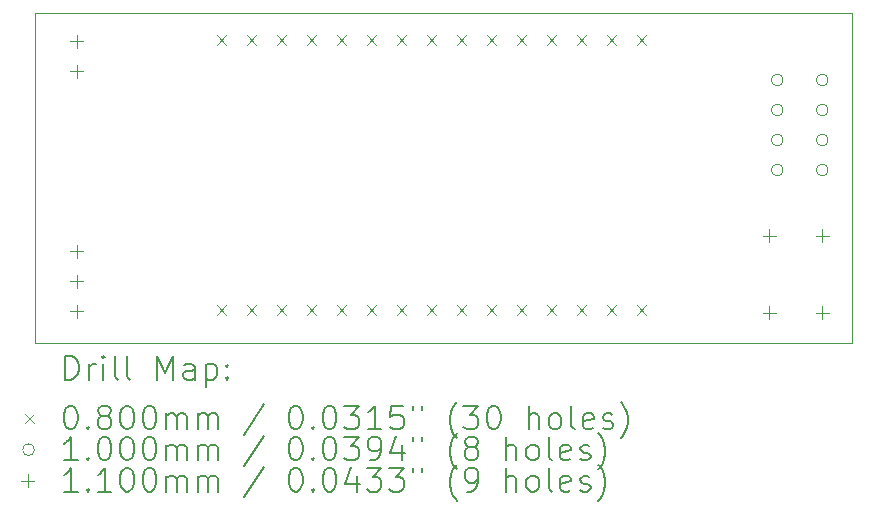
<source format=gbr>
%TF.GenerationSoftware,KiCad,Pcbnew,8.0.2-1*%
%TF.CreationDate,2025-02-23T00:33:40-05:00*%
%TF.ProjectId,RGB Clock Controller,52474220-436c-46f6-936b-20436f6e7472,rev?*%
%TF.SameCoordinates,Original*%
%TF.FileFunction,Drillmap*%
%TF.FilePolarity,Positive*%
%FSLAX45Y45*%
G04 Gerber Fmt 4.5, Leading zero omitted, Abs format (unit mm)*
G04 Created by KiCad (PCBNEW 8.0.2-1) date 2025-02-23 00:33:40*
%MOMM*%
%LPD*%
G01*
G04 APERTURE LIST*
%ADD10C,0.050000*%
%ADD11C,0.200000*%
%ADD12C,0.100000*%
%ADD13C,0.110000*%
G04 APERTURE END LIST*
D10*
X5842000Y-5651500D02*
X12763500Y-5651500D01*
X12763500Y-8445500D01*
X5842000Y-8445500D01*
X5842000Y-5651500D01*
D11*
D12*
X7385500Y-5844700D02*
X7465500Y-5924700D01*
X7465500Y-5844700D02*
X7385500Y-5924700D01*
X7385500Y-8130700D02*
X7465500Y-8210700D01*
X7465500Y-8130700D02*
X7385500Y-8210700D01*
X7639500Y-5844700D02*
X7719500Y-5924700D01*
X7719500Y-5844700D02*
X7639500Y-5924700D01*
X7639500Y-8130700D02*
X7719500Y-8210700D01*
X7719500Y-8130700D02*
X7639500Y-8210700D01*
X7893500Y-5844700D02*
X7973500Y-5924700D01*
X7973500Y-5844700D02*
X7893500Y-5924700D01*
X7893500Y-8130700D02*
X7973500Y-8210700D01*
X7973500Y-8130700D02*
X7893500Y-8210700D01*
X8147500Y-5844700D02*
X8227500Y-5924700D01*
X8227500Y-5844700D02*
X8147500Y-5924700D01*
X8147500Y-8130700D02*
X8227500Y-8210700D01*
X8227500Y-8130700D02*
X8147500Y-8210700D01*
X8401500Y-5844700D02*
X8481500Y-5924700D01*
X8481500Y-5844700D02*
X8401500Y-5924700D01*
X8401500Y-8130700D02*
X8481500Y-8210700D01*
X8481500Y-8130700D02*
X8401500Y-8210700D01*
X8655500Y-5844700D02*
X8735500Y-5924700D01*
X8735500Y-5844700D02*
X8655500Y-5924700D01*
X8655500Y-8130700D02*
X8735500Y-8210700D01*
X8735500Y-8130700D02*
X8655500Y-8210700D01*
X8909500Y-5844700D02*
X8989500Y-5924700D01*
X8989500Y-5844700D02*
X8909500Y-5924700D01*
X8909500Y-8130700D02*
X8989500Y-8210700D01*
X8989500Y-8130700D02*
X8909500Y-8210700D01*
X9163500Y-5844700D02*
X9243500Y-5924700D01*
X9243500Y-5844700D02*
X9163500Y-5924700D01*
X9163500Y-8130700D02*
X9243500Y-8210700D01*
X9243500Y-8130700D02*
X9163500Y-8210700D01*
X9417500Y-5844700D02*
X9497500Y-5924700D01*
X9497500Y-5844700D02*
X9417500Y-5924700D01*
X9417500Y-8130700D02*
X9497500Y-8210700D01*
X9497500Y-8130700D02*
X9417500Y-8210700D01*
X9671500Y-5844700D02*
X9751500Y-5924700D01*
X9751500Y-5844700D02*
X9671500Y-5924700D01*
X9671500Y-8130700D02*
X9751500Y-8210700D01*
X9751500Y-8130700D02*
X9671500Y-8210700D01*
X9925500Y-5844700D02*
X10005500Y-5924700D01*
X10005500Y-5844700D02*
X9925500Y-5924700D01*
X9925500Y-8130700D02*
X10005500Y-8210700D01*
X10005500Y-8130700D02*
X9925500Y-8210700D01*
X10179500Y-5844700D02*
X10259500Y-5924700D01*
X10259500Y-5844700D02*
X10179500Y-5924700D01*
X10179500Y-8130700D02*
X10259500Y-8210700D01*
X10259500Y-8130700D02*
X10179500Y-8210700D01*
X10433500Y-5844700D02*
X10513500Y-5924700D01*
X10513500Y-5844700D02*
X10433500Y-5924700D01*
X10433500Y-8130700D02*
X10513500Y-8210700D01*
X10513500Y-8130700D02*
X10433500Y-8210700D01*
X10687500Y-5844700D02*
X10767500Y-5924700D01*
X10767500Y-5844700D02*
X10687500Y-5924700D01*
X10687500Y-8130700D02*
X10767500Y-8210700D01*
X10767500Y-8130700D02*
X10687500Y-8210700D01*
X10941500Y-5844700D02*
X11021500Y-5924700D01*
X11021500Y-5844700D02*
X10941500Y-5924700D01*
X10941500Y-8130700D02*
X11021500Y-8210700D01*
X11021500Y-8130700D02*
X10941500Y-8210700D01*
X12178500Y-6223000D02*
G75*
G02*
X12078500Y-6223000I-50000J0D01*
G01*
X12078500Y-6223000D02*
G75*
G02*
X12178500Y-6223000I50000J0D01*
G01*
X12178500Y-6477000D02*
G75*
G02*
X12078500Y-6477000I-50000J0D01*
G01*
X12078500Y-6477000D02*
G75*
G02*
X12178500Y-6477000I50000J0D01*
G01*
X12178500Y-6731000D02*
G75*
G02*
X12078500Y-6731000I-50000J0D01*
G01*
X12078500Y-6731000D02*
G75*
G02*
X12178500Y-6731000I50000J0D01*
G01*
X12178500Y-6985000D02*
G75*
G02*
X12078500Y-6985000I-50000J0D01*
G01*
X12078500Y-6985000D02*
G75*
G02*
X12178500Y-6985000I50000J0D01*
G01*
X12559500Y-6223000D02*
G75*
G02*
X12459500Y-6223000I-50000J0D01*
G01*
X12459500Y-6223000D02*
G75*
G02*
X12559500Y-6223000I50000J0D01*
G01*
X12559500Y-6477000D02*
G75*
G02*
X12459500Y-6477000I-50000J0D01*
G01*
X12459500Y-6477000D02*
G75*
G02*
X12559500Y-6477000I50000J0D01*
G01*
X12559500Y-6731000D02*
G75*
G02*
X12459500Y-6731000I-50000J0D01*
G01*
X12459500Y-6731000D02*
G75*
G02*
X12559500Y-6731000I50000J0D01*
G01*
X12559500Y-6985000D02*
G75*
G02*
X12459500Y-6985000I-50000J0D01*
G01*
X12459500Y-6985000D02*
G75*
G02*
X12559500Y-6985000I50000J0D01*
G01*
D13*
X6197600Y-5837800D02*
X6197600Y-5947800D01*
X6142600Y-5892800D02*
X6252600Y-5892800D01*
X6197600Y-6091800D02*
X6197600Y-6201800D01*
X6142600Y-6146800D02*
X6252600Y-6146800D01*
X6197600Y-7615800D02*
X6197600Y-7725800D01*
X6142600Y-7670800D02*
X6252600Y-7670800D01*
X6197600Y-7869800D02*
X6197600Y-7979800D01*
X6142600Y-7924800D02*
X6252600Y-7924800D01*
X6197600Y-8123800D02*
X6197600Y-8233800D01*
X6142600Y-8178800D02*
X6252600Y-8178800D01*
X12059500Y-7486500D02*
X12059500Y-7596500D01*
X12004500Y-7541500D02*
X12114500Y-7541500D01*
X12059500Y-8136500D02*
X12059500Y-8246500D01*
X12004500Y-8191500D02*
X12114500Y-8191500D01*
X12509500Y-7486500D02*
X12509500Y-7596500D01*
X12454500Y-7541500D02*
X12564500Y-7541500D01*
X12509500Y-8136500D02*
X12509500Y-8246500D01*
X12454500Y-8191500D02*
X12564500Y-8191500D01*
D11*
X6100277Y-8759484D02*
X6100277Y-8559484D01*
X6100277Y-8559484D02*
X6147896Y-8559484D01*
X6147896Y-8559484D02*
X6176467Y-8569008D01*
X6176467Y-8569008D02*
X6195515Y-8588055D01*
X6195515Y-8588055D02*
X6205039Y-8607103D01*
X6205039Y-8607103D02*
X6214562Y-8645198D01*
X6214562Y-8645198D02*
X6214562Y-8673770D01*
X6214562Y-8673770D02*
X6205039Y-8711865D01*
X6205039Y-8711865D02*
X6195515Y-8730912D01*
X6195515Y-8730912D02*
X6176467Y-8749960D01*
X6176467Y-8749960D02*
X6147896Y-8759484D01*
X6147896Y-8759484D02*
X6100277Y-8759484D01*
X6300277Y-8759484D02*
X6300277Y-8626150D01*
X6300277Y-8664246D02*
X6309801Y-8645198D01*
X6309801Y-8645198D02*
X6319324Y-8635674D01*
X6319324Y-8635674D02*
X6338372Y-8626150D01*
X6338372Y-8626150D02*
X6357420Y-8626150D01*
X6424086Y-8759484D02*
X6424086Y-8626150D01*
X6424086Y-8559484D02*
X6414562Y-8569008D01*
X6414562Y-8569008D02*
X6424086Y-8578531D01*
X6424086Y-8578531D02*
X6433610Y-8569008D01*
X6433610Y-8569008D02*
X6424086Y-8559484D01*
X6424086Y-8559484D02*
X6424086Y-8578531D01*
X6547896Y-8759484D02*
X6528848Y-8749960D01*
X6528848Y-8749960D02*
X6519324Y-8730912D01*
X6519324Y-8730912D02*
X6519324Y-8559484D01*
X6652658Y-8759484D02*
X6633610Y-8749960D01*
X6633610Y-8749960D02*
X6624086Y-8730912D01*
X6624086Y-8730912D02*
X6624086Y-8559484D01*
X6881229Y-8759484D02*
X6881229Y-8559484D01*
X6881229Y-8559484D02*
X6947896Y-8702341D01*
X6947896Y-8702341D02*
X7014562Y-8559484D01*
X7014562Y-8559484D02*
X7014562Y-8759484D01*
X7195515Y-8759484D02*
X7195515Y-8654722D01*
X7195515Y-8654722D02*
X7185991Y-8635674D01*
X7185991Y-8635674D02*
X7166943Y-8626150D01*
X7166943Y-8626150D02*
X7128848Y-8626150D01*
X7128848Y-8626150D02*
X7109801Y-8635674D01*
X7195515Y-8749960D02*
X7176467Y-8759484D01*
X7176467Y-8759484D02*
X7128848Y-8759484D01*
X7128848Y-8759484D02*
X7109801Y-8749960D01*
X7109801Y-8749960D02*
X7100277Y-8730912D01*
X7100277Y-8730912D02*
X7100277Y-8711865D01*
X7100277Y-8711865D02*
X7109801Y-8692817D01*
X7109801Y-8692817D02*
X7128848Y-8683293D01*
X7128848Y-8683293D02*
X7176467Y-8683293D01*
X7176467Y-8683293D02*
X7195515Y-8673770D01*
X7290753Y-8626150D02*
X7290753Y-8826150D01*
X7290753Y-8635674D02*
X7309801Y-8626150D01*
X7309801Y-8626150D02*
X7347896Y-8626150D01*
X7347896Y-8626150D02*
X7366943Y-8635674D01*
X7366943Y-8635674D02*
X7376467Y-8645198D01*
X7376467Y-8645198D02*
X7385991Y-8664246D01*
X7385991Y-8664246D02*
X7385991Y-8721389D01*
X7385991Y-8721389D02*
X7376467Y-8740436D01*
X7376467Y-8740436D02*
X7366943Y-8749960D01*
X7366943Y-8749960D02*
X7347896Y-8759484D01*
X7347896Y-8759484D02*
X7309801Y-8759484D01*
X7309801Y-8759484D02*
X7290753Y-8749960D01*
X7471705Y-8740436D02*
X7481229Y-8749960D01*
X7481229Y-8749960D02*
X7471705Y-8759484D01*
X7471705Y-8759484D02*
X7462182Y-8749960D01*
X7462182Y-8749960D02*
X7471705Y-8740436D01*
X7471705Y-8740436D02*
X7471705Y-8759484D01*
X7471705Y-8635674D02*
X7481229Y-8645198D01*
X7481229Y-8645198D02*
X7471705Y-8654722D01*
X7471705Y-8654722D02*
X7462182Y-8645198D01*
X7462182Y-8645198D02*
X7471705Y-8635674D01*
X7471705Y-8635674D02*
X7471705Y-8654722D01*
D12*
X5759500Y-9048000D02*
X5839500Y-9128000D01*
X5839500Y-9048000D02*
X5759500Y-9128000D01*
D11*
X6138372Y-8979484D02*
X6157420Y-8979484D01*
X6157420Y-8979484D02*
X6176467Y-8989008D01*
X6176467Y-8989008D02*
X6185991Y-8998531D01*
X6185991Y-8998531D02*
X6195515Y-9017579D01*
X6195515Y-9017579D02*
X6205039Y-9055674D01*
X6205039Y-9055674D02*
X6205039Y-9103293D01*
X6205039Y-9103293D02*
X6195515Y-9141389D01*
X6195515Y-9141389D02*
X6185991Y-9160436D01*
X6185991Y-9160436D02*
X6176467Y-9169960D01*
X6176467Y-9169960D02*
X6157420Y-9179484D01*
X6157420Y-9179484D02*
X6138372Y-9179484D01*
X6138372Y-9179484D02*
X6119324Y-9169960D01*
X6119324Y-9169960D02*
X6109801Y-9160436D01*
X6109801Y-9160436D02*
X6100277Y-9141389D01*
X6100277Y-9141389D02*
X6090753Y-9103293D01*
X6090753Y-9103293D02*
X6090753Y-9055674D01*
X6090753Y-9055674D02*
X6100277Y-9017579D01*
X6100277Y-9017579D02*
X6109801Y-8998531D01*
X6109801Y-8998531D02*
X6119324Y-8989008D01*
X6119324Y-8989008D02*
X6138372Y-8979484D01*
X6290753Y-9160436D02*
X6300277Y-9169960D01*
X6300277Y-9169960D02*
X6290753Y-9179484D01*
X6290753Y-9179484D02*
X6281229Y-9169960D01*
X6281229Y-9169960D02*
X6290753Y-9160436D01*
X6290753Y-9160436D02*
X6290753Y-9179484D01*
X6414562Y-9065198D02*
X6395515Y-9055674D01*
X6395515Y-9055674D02*
X6385991Y-9046150D01*
X6385991Y-9046150D02*
X6376467Y-9027103D01*
X6376467Y-9027103D02*
X6376467Y-9017579D01*
X6376467Y-9017579D02*
X6385991Y-8998531D01*
X6385991Y-8998531D02*
X6395515Y-8989008D01*
X6395515Y-8989008D02*
X6414562Y-8979484D01*
X6414562Y-8979484D02*
X6452658Y-8979484D01*
X6452658Y-8979484D02*
X6471705Y-8989008D01*
X6471705Y-8989008D02*
X6481229Y-8998531D01*
X6481229Y-8998531D02*
X6490753Y-9017579D01*
X6490753Y-9017579D02*
X6490753Y-9027103D01*
X6490753Y-9027103D02*
X6481229Y-9046150D01*
X6481229Y-9046150D02*
X6471705Y-9055674D01*
X6471705Y-9055674D02*
X6452658Y-9065198D01*
X6452658Y-9065198D02*
X6414562Y-9065198D01*
X6414562Y-9065198D02*
X6395515Y-9074722D01*
X6395515Y-9074722D02*
X6385991Y-9084246D01*
X6385991Y-9084246D02*
X6376467Y-9103293D01*
X6376467Y-9103293D02*
X6376467Y-9141389D01*
X6376467Y-9141389D02*
X6385991Y-9160436D01*
X6385991Y-9160436D02*
X6395515Y-9169960D01*
X6395515Y-9169960D02*
X6414562Y-9179484D01*
X6414562Y-9179484D02*
X6452658Y-9179484D01*
X6452658Y-9179484D02*
X6471705Y-9169960D01*
X6471705Y-9169960D02*
X6481229Y-9160436D01*
X6481229Y-9160436D02*
X6490753Y-9141389D01*
X6490753Y-9141389D02*
X6490753Y-9103293D01*
X6490753Y-9103293D02*
X6481229Y-9084246D01*
X6481229Y-9084246D02*
X6471705Y-9074722D01*
X6471705Y-9074722D02*
X6452658Y-9065198D01*
X6614562Y-8979484D02*
X6633610Y-8979484D01*
X6633610Y-8979484D02*
X6652658Y-8989008D01*
X6652658Y-8989008D02*
X6662182Y-8998531D01*
X6662182Y-8998531D02*
X6671705Y-9017579D01*
X6671705Y-9017579D02*
X6681229Y-9055674D01*
X6681229Y-9055674D02*
X6681229Y-9103293D01*
X6681229Y-9103293D02*
X6671705Y-9141389D01*
X6671705Y-9141389D02*
X6662182Y-9160436D01*
X6662182Y-9160436D02*
X6652658Y-9169960D01*
X6652658Y-9169960D02*
X6633610Y-9179484D01*
X6633610Y-9179484D02*
X6614562Y-9179484D01*
X6614562Y-9179484D02*
X6595515Y-9169960D01*
X6595515Y-9169960D02*
X6585991Y-9160436D01*
X6585991Y-9160436D02*
X6576467Y-9141389D01*
X6576467Y-9141389D02*
X6566943Y-9103293D01*
X6566943Y-9103293D02*
X6566943Y-9055674D01*
X6566943Y-9055674D02*
X6576467Y-9017579D01*
X6576467Y-9017579D02*
X6585991Y-8998531D01*
X6585991Y-8998531D02*
X6595515Y-8989008D01*
X6595515Y-8989008D02*
X6614562Y-8979484D01*
X6805039Y-8979484D02*
X6824086Y-8979484D01*
X6824086Y-8979484D02*
X6843134Y-8989008D01*
X6843134Y-8989008D02*
X6852658Y-8998531D01*
X6852658Y-8998531D02*
X6862182Y-9017579D01*
X6862182Y-9017579D02*
X6871705Y-9055674D01*
X6871705Y-9055674D02*
X6871705Y-9103293D01*
X6871705Y-9103293D02*
X6862182Y-9141389D01*
X6862182Y-9141389D02*
X6852658Y-9160436D01*
X6852658Y-9160436D02*
X6843134Y-9169960D01*
X6843134Y-9169960D02*
X6824086Y-9179484D01*
X6824086Y-9179484D02*
X6805039Y-9179484D01*
X6805039Y-9179484D02*
X6785991Y-9169960D01*
X6785991Y-9169960D02*
X6776467Y-9160436D01*
X6776467Y-9160436D02*
X6766943Y-9141389D01*
X6766943Y-9141389D02*
X6757420Y-9103293D01*
X6757420Y-9103293D02*
X6757420Y-9055674D01*
X6757420Y-9055674D02*
X6766943Y-9017579D01*
X6766943Y-9017579D02*
X6776467Y-8998531D01*
X6776467Y-8998531D02*
X6785991Y-8989008D01*
X6785991Y-8989008D02*
X6805039Y-8979484D01*
X6957420Y-9179484D02*
X6957420Y-9046150D01*
X6957420Y-9065198D02*
X6966943Y-9055674D01*
X6966943Y-9055674D02*
X6985991Y-9046150D01*
X6985991Y-9046150D02*
X7014563Y-9046150D01*
X7014563Y-9046150D02*
X7033610Y-9055674D01*
X7033610Y-9055674D02*
X7043134Y-9074722D01*
X7043134Y-9074722D02*
X7043134Y-9179484D01*
X7043134Y-9074722D02*
X7052658Y-9055674D01*
X7052658Y-9055674D02*
X7071705Y-9046150D01*
X7071705Y-9046150D02*
X7100277Y-9046150D01*
X7100277Y-9046150D02*
X7119324Y-9055674D01*
X7119324Y-9055674D02*
X7128848Y-9074722D01*
X7128848Y-9074722D02*
X7128848Y-9179484D01*
X7224086Y-9179484D02*
X7224086Y-9046150D01*
X7224086Y-9065198D02*
X7233610Y-9055674D01*
X7233610Y-9055674D02*
X7252658Y-9046150D01*
X7252658Y-9046150D02*
X7281229Y-9046150D01*
X7281229Y-9046150D02*
X7300277Y-9055674D01*
X7300277Y-9055674D02*
X7309801Y-9074722D01*
X7309801Y-9074722D02*
X7309801Y-9179484D01*
X7309801Y-9074722D02*
X7319324Y-9055674D01*
X7319324Y-9055674D02*
X7338372Y-9046150D01*
X7338372Y-9046150D02*
X7366943Y-9046150D01*
X7366943Y-9046150D02*
X7385991Y-9055674D01*
X7385991Y-9055674D02*
X7395515Y-9074722D01*
X7395515Y-9074722D02*
X7395515Y-9179484D01*
X7785991Y-8969960D02*
X7614563Y-9227103D01*
X8043134Y-8979484D02*
X8062182Y-8979484D01*
X8062182Y-8979484D02*
X8081229Y-8989008D01*
X8081229Y-8989008D02*
X8090753Y-8998531D01*
X8090753Y-8998531D02*
X8100277Y-9017579D01*
X8100277Y-9017579D02*
X8109801Y-9055674D01*
X8109801Y-9055674D02*
X8109801Y-9103293D01*
X8109801Y-9103293D02*
X8100277Y-9141389D01*
X8100277Y-9141389D02*
X8090753Y-9160436D01*
X8090753Y-9160436D02*
X8081229Y-9169960D01*
X8081229Y-9169960D02*
X8062182Y-9179484D01*
X8062182Y-9179484D02*
X8043134Y-9179484D01*
X8043134Y-9179484D02*
X8024086Y-9169960D01*
X8024086Y-9169960D02*
X8014563Y-9160436D01*
X8014563Y-9160436D02*
X8005039Y-9141389D01*
X8005039Y-9141389D02*
X7995515Y-9103293D01*
X7995515Y-9103293D02*
X7995515Y-9055674D01*
X7995515Y-9055674D02*
X8005039Y-9017579D01*
X8005039Y-9017579D02*
X8014563Y-8998531D01*
X8014563Y-8998531D02*
X8024086Y-8989008D01*
X8024086Y-8989008D02*
X8043134Y-8979484D01*
X8195515Y-9160436D02*
X8205039Y-9169960D01*
X8205039Y-9169960D02*
X8195515Y-9179484D01*
X8195515Y-9179484D02*
X8185991Y-9169960D01*
X8185991Y-9169960D02*
X8195515Y-9160436D01*
X8195515Y-9160436D02*
X8195515Y-9179484D01*
X8328848Y-8979484D02*
X8347896Y-8979484D01*
X8347896Y-8979484D02*
X8366944Y-8989008D01*
X8366944Y-8989008D02*
X8376467Y-8998531D01*
X8376467Y-8998531D02*
X8385991Y-9017579D01*
X8385991Y-9017579D02*
X8395515Y-9055674D01*
X8395515Y-9055674D02*
X8395515Y-9103293D01*
X8395515Y-9103293D02*
X8385991Y-9141389D01*
X8385991Y-9141389D02*
X8376467Y-9160436D01*
X8376467Y-9160436D02*
X8366944Y-9169960D01*
X8366944Y-9169960D02*
X8347896Y-9179484D01*
X8347896Y-9179484D02*
X8328848Y-9179484D01*
X8328848Y-9179484D02*
X8309801Y-9169960D01*
X8309801Y-9169960D02*
X8300277Y-9160436D01*
X8300277Y-9160436D02*
X8290753Y-9141389D01*
X8290753Y-9141389D02*
X8281229Y-9103293D01*
X8281229Y-9103293D02*
X8281229Y-9055674D01*
X8281229Y-9055674D02*
X8290753Y-9017579D01*
X8290753Y-9017579D02*
X8300277Y-8998531D01*
X8300277Y-8998531D02*
X8309801Y-8989008D01*
X8309801Y-8989008D02*
X8328848Y-8979484D01*
X8462182Y-8979484D02*
X8585991Y-8979484D01*
X8585991Y-8979484D02*
X8519325Y-9055674D01*
X8519325Y-9055674D02*
X8547896Y-9055674D01*
X8547896Y-9055674D02*
X8566944Y-9065198D01*
X8566944Y-9065198D02*
X8576468Y-9074722D01*
X8576468Y-9074722D02*
X8585991Y-9093770D01*
X8585991Y-9093770D02*
X8585991Y-9141389D01*
X8585991Y-9141389D02*
X8576468Y-9160436D01*
X8576468Y-9160436D02*
X8566944Y-9169960D01*
X8566944Y-9169960D02*
X8547896Y-9179484D01*
X8547896Y-9179484D02*
X8490753Y-9179484D01*
X8490753Y-9179484D02*
X8471706Y-9169960D01*
X8471706Y-9169960D02*
X8462182Y-9160436D01*
X8776468Y-9179484D02*
X8662182Y-9179484D01*
X8719325Y-9179484D02*
X8719325Y-8979484D01*
X8719325Y-8979484D02*
X8700277Y-9008055D01*
X8700277Y-9008055D02*
X8681229Y-9027103D01*
X8681229Y-9027103D02*
X8662182Y-9036627D01*
X8957420Y-8979484D02*
X8862182Y-8979484D01*
X8862182Y-8979484D02*
X8852658Y-9074722D01*
X8852658Y-9074722D02*
X8862182Y-9065198D01*
X8862182Y-9065198D02*
X8881229Y-9055674D01*
X8881229Y-9055674D02*
X8928849Y-9055674D01*
X8928849Y-9055674D02*
X8947896Y-9065198D01*
X8947896Y-9065198D02*
X8957420Y-9074722D01*
X8957420Y-9074722D02*
X8966944Y-9093770D01*
X8966944Y-9093770D02*
X8966944Y-9141389D01*
X8966944Y-9141389D02*
X8957420Y-9160436D01*
X8957420Y-9160436D02*
X8947896Y-9169960D01*
X8947896Y-9169960D02*
X8928849Y-9179484D01*
X8928849Y-9179484D02*
X8881229Y-9179484D01*
X8881229Y-9179484D02*
X8862182Y-9169960D01*
X8862182Y-9169960D02*
X8852658Y-9160436D01*
X9043134Y-8979484D02*
X9043134Y-9017579D01*
X9119325Y-8979484D02*
X9119325Y-9017579D01*
X9414563Y-9255674D02*
X9405039Y-9246150D01*
X9405039Y-9246150D02*
X9385991Y-9217579D01*
X9385991Y-9217579D02*
X9376468Y-9198531D01*
X9376468Y-9198531D02*
X9366944Y-9169960D01*
X9366944Y-9169960D02*
X9357420Y-9122341D01*
X9357420Y-9122341D02*
X9357420Y-9084246D01*
X9357420Y-9084246D02*
X9366944Y-9036627D01*
X9366944Y-9036627D02*
X9376468Y-9008055D01*
X9376468Y-9008055D02*
X9385991Y-8989008D01*
X9385991Y-8989008D02*
X9405039Y-8960436D01*
X9405039Y-8960436D02*
X9414563Y-8950912D01*
X9471706Y-8979484D02*
X9595515Y-8979484D01*
X9595515Y-8979484D02*
X9528849Y-9055674D01*
X9528849Y-9055674D02*
X9557420Y-9055674D01*
X9557420Y-9055674D02*
X9576468Y-9065198D01*
X9576468Y-9065198D02*
X9585991Y-9074722D01*
X9585991Y-9074722D02*
X9595515Y-9093770D01*
X9595515Y-9093770D02*
X9595515Y-9141389D01*
X9595515Y-9141389D02*
X9585991Y-9160436D01*
X9585991Y-9160436D02*
X9576468Y-9169960D01*
X9576468Y-9169960D02*
X9557420Y-9179484D01*
X9557420Y-9179484D02*
X9500277Y-9179484D01*
X9500277Y-9179484D02*
X9481230Y-9169960D01*
X9481230Y-9169960D02*
X9471706Y-9160436D01*
X9719325Y-8979484D02*
X9738372Y-8979484D01*
X9738372Y-8979484D02*
X9757420Y-8989008D01*
X9757420Y-8989008D02*
X9766944Y-8998531D01*
X9766944Y-8998531D02*
X9776468Y-9017579D01*
X9776468Y-9017579D02*
X9785991Y-9055674D01*
X9785991Y-9055674D02*
X9785991Y-9103293D01*
X9785991Y-9103293D02*
X9776468Y-9141389D01*
X9776468Y-9141389D02*
X9766944Y-9160436D01*
X9766944Y-9160436D02*
X9757420Y-9169960D01*
X9757420Y-9169960D02*
X9738372Y-9179484D01*
X9738372Y-9179484D02*
X9719325Y-9179484D01*
X9719325Y-9179484D02*
X9700277Y-9169960D01*
X9700277Y-9169960D02*
X9690753Y-9160436D01*
X9690753Y-9160436D02*
X9681230Y-9141389D01*
X9681230Y-9141389D02*
X9671706Y-9103293D01*
X9671706Y-9103293D02*
X9671706Y-9055674D01*
X9671706Y-9055674D02*
X9681230Y-9017579D01*
X9681230Y-9017579D02*
X9690753Y-8998531D01*
X9690753Y-8998531D02*
X9700277Y-8989008D01*
X9700277Y-8989008D02*
X9719325Y-8979484D01*
X10024087Y-9179484D02*
X10024087Y-8979484D01*
X10109801Y-9179484D02*
X10109801Y-9074722D01*
X10109801Y-9074722D02*
X10100277Y-9055674D01*
X10100277Y-9055674D02*
X10081230Y-9046150D01*
X10081230Y-9046150D02*
X10052658Y-9046150D01*
X10052658Y-9046150D02*
X10033611Y-9055674D01*
X10033611Y-9055674D02*
X10024087Y-9065198D01*
X10233611Y-9179484D02*
X10214563Y-9169960D01*
X10214563Y-9169960D02*
X10205039Y-9160436D01*
X10205039Y-9160436D02*
X10195515Y-9141389D01*
X10195515Y-9141389D02*
X10195515Y-9084246D01*
X10195515Y-9084246D02*
X10205039Y-9065198D01*
X10205039Y-9065198D02*
X10214563Y-9055674D01*
X10214563Y-9055674D02*
X10233611Y-9046150D01*
X10233611Y-9046150D02*
X10262182Y-9046150D01*
X10262182Y-9046150D02*
X10281230Y-9055674D01*
X10281230Y-9055674D02*
X10290753Y-9065198D01*
X10290753Y-9065198D02*
X10300277Y-9084246D01*
X10300277Y-9084246D02*
X10300277Y-9141389D01*
X10300277Y-9141389D02*
X10290753Y-9160436D01*
X10290753Y-9160436D02*
X10281230Y-9169960D01*
X10281230Y-9169960D02*
X10262182Y-9179484D01*
X10262182Y-9179484D02*
X10233611Y-9179484D01*
X10414563Y-9179484D02*
X10395515Y-9169960D01*
X10395515Y-9169960D02*
X10385992Y-9150912D01*
X10385992Y-9150912D02*
X10385992Y-8979484D01*
X10566944Y-9169960D02*
X10547896Y-9179484D01*
X10547896Y-9179484D02*
X10509801Y-9179484D01*
X10509801Y-9179484D02*
X10490753Y-9169960D01*
X10490753Y-9169960D02*
X10481230Y-9150912D01*
X10481230Y-9150912D02*
X10481230Y-9074722D01*
X10481230Y-9074722D02*
X10490753Y-9055674D01*
X10490753Y-9055674D02*
X10509801Y-9046150D01*
X10509801Y-9046150D02*
X10547896Y-9046150D01*
X10547896Y-9046150D02*
X10566944Y-9055674D01*
X10566944Y-9055674D02*
X10576468Y-9074722D01*
X10576468Y-9074722D02*
X10576468Y-9093770D01*
X10576468Y-9093770D02*
X10481230Y-9112817D01*
X10652658Y-9169960D02*
X10671706Y-9179484D01*
X10671706Y-9179484D02*
X10709801Y-9179484D01*
X10709801Y-9179484D02*
X10728849Y-9169960D01*
X10728849Y-9169960D02*
X10738373Y-9150912D01*
X10738373Y-9150912D02*
X10738373Y-9141389D01*
X10738373Y-9141389D02*
X10728849Y-9122341D01*
X10728849Y-9122341D02*
X10709801Y-9112817D01*
X10709801Y-9112817D02*
X10681230Y-9112817D01*
X10681230Y-9112817D02*
X10662182Y-9103293D01*
X10662182Y-9103293D02*
X10652658Y-9084246D01*
X10652658Y-9084246D02*
X10652658Y-9074722D01*
X10652658Y-9074722D02*
X10662182Y-9055674D01*
X10662182Y-9055674D02*
X10681230Y-9046150D01*
X10681230Y-9046150D02*
X10709801Y-9046150D01*
X10709801Y-9046150D02*
X10728849Y-9055674D01*
X10805039Y-9255674D02*
X10814563Y-9246150D01*
X10814563Y-9246150D02*
X10833611Y-9217579D01*
X10833611Y-9217579D02*
X10843134Y-9198531D01*
X10843134Y-9198531D02*
X10852658Y-9169960D01*
X10852658Y-9169960D02*
X10862182Y-9122341D01*
X10862182Y-9122341D02*
X10862182Y-9084246D01*
X10862182Y-9084246D02*
X10852658Y-9036627D01*
X10852658Y-9036627D02*
X10843134Y-9008055D01*
X10843134Y-9008055D02*
X10833611Y-8989008D01*
X10833611Y-8989008D02*
X10814563Y-8960436D01*
X10814563Y-8960436D02*
X10805039Y-8950912D01*
D12*
X5839500Y-9352000D02*
G75*
G02*
X5739500Y-9352000I-50000J0D01*
G01*
X5739500Y-9352000D02*
G75*
G02*
X5839500Y-9352000I50000J0D01*
G01*
D11*
X6205039Y-9443484D02*
X6090753Y-9443484D01*
X6147896Y-9443484D02*
X6147896Y-9243484D01*
X6147896Y-9243484D02*
X6128848Y-9272055D01*
X6128848Y-9272055D02*
X6109801Y-9291103D01*
X6109801Y-9291103D02*
X6090753Y-9300627D01*
X6290753Y-9424436D02*
X6300277Y-9433960D01*
X6300277Y-9433960D02*
X6290753Y-9443484D01*
X6290753Y-9443484D02*
X6281229Y-9433960D01*
X6281229Y-9433960D02*
X6290753Y-9424436D01*
X6290753Y-9424436D02*
X6290753Y-9443484D01*
X6424086Y-9243484D02*
X6443134Y-9243484D01*
X6443134Y-9243484D02*
X6462182Y-9253008D01*
X6462182Y-9253008D02*
X6471705Y-9262531D01*
X6471705Y-9262531D02*
X6481229Y-9281579D01*
X6481229Y-9281579D02*
X6490753Y-9319674D01*
X6490753Y-9319674D02*
X6490753Y-9367293D01*
X6490753Y-9367293D02*
X6481229Y-9405389D01*
X6481229Y-9405389D02*
X6471705Y-9424436D01*
X6471705Y-9424436D02*
X6462182Y-9433960D01*
X6462182Y-9433960D02*
X6443134Y-9443484D01*
X6443134Y-9443484D02*
X6424086Y-9443484D01*
X6424086Y-9443484D02*
X6405039Y-9433960D01*
X6405039Y-9433960D02*
X6395515Y-9424436D01*
X6395515Y-9424436D02*
X6385991Y-9405389D01*
X6385991Y-9405389D02*
X6376467Y-9367293D01*
X6376467Y-9367293D02*
X6376467Y-9319674D01*
X6376467Y-9319674D02*
X6385991Y-9281579D01*
X6385991Y-9281579D02*
X6395515Y-9262531D01*
X6395515Y-9262531D02*
X6405039Y-9253008D01*
X6405039Y-9253008D02*
X6424086Y-9243484D01*
X6614562Y-9243484D02*
X6633610Y-9243484D01*
X6633610Y-9243484D02*
X6652658Y-9253008D01*
X6652658Y-9253008D02*
X6662182Y-9262531D01*
X6662182Y-9262531D02*
X6671705Y-9281579D01*
X6671705Y-9281579D02*
X6681229Y-9319674D01*
X6681229Y-9319674D02*
X6681229Y-9367293D01*
X6681229Y-9367293D02*
X6671705Y-9405389D01*
X6671705Y-9405389D02*
X6662182Y-9424436D01*
X6662182Y-9424436D02*
X6652658Y-9433960D01*
X6652658Y-9433960D02*
X6633610Y-9443484D01*
X6633610Y-9443484D02*
X6614562Y-9443484D01*
X6614562Y-9443484D02*
X6595515Y-9433960D01*
X6595515Y-9433960D02*
X6585991Y-9424436D01*
X6585991Y-9424436D02*
X6576467Y-9405389D01*
X6576467Y-9405389D02*
X6566943Y-9367293D01*
X6566943Y-9367293D02*
X6566943Y-9319674D01*
X6566943Y-9319674D02*
X6576467Y-9281579D01*
X6576467Y-9281579D02*
X6585991Y-9262531D01*
X6585991Y-9262531D02*
X6595515Y-9253008D01*
X6595515Y-9253008D02*
X6614562Y-9243484D01*
X6805039Y-9243484D02*
X6824086Y-9243484D01*
X6824086Y-9243484D02*
X6843134Y-9253008D01*
X6843134Y-9253008D02*
X6852658Y-9262531D01*
X6852658Y-9262531D02*
X6862182Y-9281579D01*
X6862182Y-9281579D02*
X6871705Y-9319674D01*
X6871705Y-9319674D02*
X6871705Y-9367293D01*
X6871705Y-9367293D02*
X6862182Y-9405389D01*
X6862182Y-9405389D02*
X6852658Y-9424436D01*
X6852658Y-9424436D02*
X6843134Y-9433960D01*
X6843134Y-9433960D02*
X6824086Y-9443484D01*
X6824086Y-9443484D02*
X6805039Y-9443484D01*
X6805039Y-9443484D02*
X6785991Y-9433960D01*
X6785991Y-9433960D02*
X6776467Y-9424436D01*
X6776467Y-9424436D02*
X6766943Y-9405389D01*
X6766943Y-9405389D02*
X6757420Y-9367293D01*
X6757420Y-9367293D02*
X6757420Y-9319674D01*
X6757420Y-9319674D02*
X6766943Y-9281579D01*
X6766943Y-9281579D02*
X6776467Y-9262531D01*
X6776467Y-9262531D02*
X6785991Y-9253008D01*
X6785991Y-9253008D02*
X6805039Y-9243484D01*
X6957420Y-9443484D02*
X6957420Y-9310150D01*
X6957420Y-9329198D02*
X6966943Y-9319674D01*
X6966943Y-9319674D02*
X6985991Y-9310150D01*
X6985991Y-9310150D02*
X7014563Y-9310150D01*
X7014563Y-9310150D02*
X7033610Y-9319674D01*
X7033610Y-9319674D02*
X7043134Y-9338722D01*
X7043134Y-9338722D02*
X7043134Y-9443484D01*
X7043134Y-9338722D02*
X7052658Y-9319674D01*
X7052658Y-9319674D02*
X7071705Y-9310150D01*
X7071705Y-9310150D02*
X7100277Y-9310150D01*
X7100277Y-9310150D02*
X7119324Y-9319674D01*
X7119324Y-9319674D02*
X7128848Y-9338722D01*
X7128848Y-9338722D02*
X7128848Y-9443484D01*
X7224086Y-9443484D02*
X7224086Y-9310150D01*
X7224086Y-9329198D02*
X7233610Y-9319674D01*
X7233610Y-9319674D02*
X7252658Y-9310150D01*
X7252658Y-9310150D02*
X7281229Y-9310150D01*
X7281229Y-9310150D02*
X7300277Y-9319674D01*
X7300277Y-9319674D02*
X7309801Y-9338722D01*
X7309801Y-9338722D02*
X7309801Y-9443484D01*
X7309801Y-9338722D02*
X7319324Y-9319674D01*
X7319324Y-9319674D02*
X7338372Y-9310150D01*
X7338372Y-9310150D02*
X7366943Y-9310150D01*
X7366943Y-9310150D02*
X7385991Y-9319674D01*
X7385991Y-9319674D02*
X7395515Y-9338722D01*
X7395515Y-9338722D02*
X7395515Y-9443484D01*
X7785991Y-9233960D02*
X7614563Y-9491103D01*
X8043134Y-9243484D02*
X8062182Y-9243484D01*
X8062182Y-9243484D02*
X8081229Y-9253008D01*
X8081229Y-9253008D02*
X8090753Y-9262531D01*
X8090753Y-9262531D02*
X8100277Y-9281579D01*
X8100277Y-9281579D02*
X8109801Y-9319674D01*
X8109801Y-9319674D02*
X8109801Y-9367293D01*
X8109801Y-9367293D02*
X8100277Y-9405389D01*
X8100277Y-9405389D02*
X8090753Y-9424436D01*
X8090753Y-9424436D02*
X8081229Y-9433960D01*
X8081229Y-9433960D02*
X8062182Y-9443484D01*
X8062182Y-9443484D02*
X8043134Y-9443484D01*
X8043134Y-9443484D02*
X8024086Y-9433960D01*
X8024086Y-9433960D02*
X8014563Y-9424436D01*
X8014563Y-9424436D02*
X8005039Y-9405389D01*
X8005039Y-9405389D02*
X7995515Y-9367293D01*
X7995515Y-9367293D02*
X7995515Y-9319674D01*
X7995515Y-9319674D02*
X8005039Y-9281579D01*
X8005039Y-9281579D02*
X8014563Y-9262531D01*
X8014563Y-9262531D02*
X8024086Y-9253008D01*
X8024086Y-9253008D02*
X8043134Y-9243484D01*
X8195515Y-9424436D02*
X8205039Y-9433960D01*
X8205039Y-9433960D02*
X8195515Y-9443484D01*
X8195515Y-9443484D02*
X8185991Y-9433960D01*
X8185991Y-9433960D02*
X8195515Y-9424436D01*
X8195515Y-9424436D02*
X8195515Y-9443484D01*
X8328848Y-9243484D02*
X8347896Y-9243484D01*
X8347896Y-9243484D02*
X8366944Y-9253008D01*
X8366944Y-9253008D02*
X8376467Y-9262531D01*
X8376467Y-9262531D02*
X8385991Y-9281579D01*
X8385991Y-9281579D02*
X8395515Y-9319674D01*
X8395515Y-9319674D02*
X8395515Y-9367293D01*
X8395515Y-9367293D02*
X8385991Y-9405389D01*
X8385991Y-9405389D02*
X8376467Y-9424436D01*
X8376467Y-9424436D02*
X8366944Y-9433960D01*
X8366944Y-9433960D02*
X8347896Y-9443484D01*
X8347896Y-9443484D02*
X8328848Y-9443484D01*
X8328848Y-9443484D02*
X8309801Y-9433960D01*
X8309801Y-9433960D02*
X8300277Y-9424436D01*
X8300277Y-9424436D02*
X8290753Y-9405389D01*
X8290753Y-9405389D02*
X8281229Y-9367293D01*
X8281229Y-9367293D02*
X8281229Y-9319674D01*
X8281229Y-9319674D02*
X8290753Y-9281579D01*
X8290753Y-9281579D02*
X8300277Y-9262531D01*
X8300277Y-9262531D02*
X8309801Y-9253008D01*
X8309801Y-9253008D02*
X8328848Y-9243484D01*
X8462182Y-9243484D02*
X8585991Y-9243484D01*
X8585991Y-9243484D02*
X8519325Y-9319674D01*
X8519325Y-9319674D02*
X8547896Y-9319674D01*
X8547896Y-9319674D02*
X8566944Y-9329198D01*
X8566944Y-9329198D02*
X8576468Y-9338722D01*
X8576468Y-9338722D02*
X8585991Y-9357770D01*
X8585991Y-9357770D02*
X8585991Y-9405389D01*
X8585991Y-9405389D02*
X8576468Y-9424436D01*
X8576468Y-9424436D02*
X8566944Y-9433960D01*
X8566944Y-9433960D02*
X8547896Y-9443484D01*
X8547896Y-9443484D02*
X8490753Y-9443484D01*
X8490753Y-9443484D02*
X8471706Y-9433960D01*
X8471706Y-9433960D02*
X8462182Y-9424436D01*
X8681229Y-9443484D02*
X8719325Y-9443484D01*
X8719325Y-9443484D02*
X8738372Y-9433960D01*
X8738372Y-9433960D02*
X8747896Y-9424436D01*
X8747896Y-9424436D02*
X8766944Y-9395865D01*
X8766944Y-9395865D02*
X8776468Y-9357770D01*
X8776468Y-9357770D02*
X8776468Y-9281579D01*
X8776468Y-9281579D02*
X8766944Y-9262531D01*
X8766944Y-9262531D02*
X8757420Y-9253008D01*
X8757420Y-9253008D02*
X8738372Y-9243484D01*
X8738372Y-9243484D02*
X8700277Y-9243484D01*
X8700277Y-9243484D02*
X8681229Y-9253008D01*
X8681229Y-9253008D02*
X8671706Y-9262531D01*
X8671706Y-9262531D02*
X8662182Y-9281579D01*
X8662182Y-9281579D02*
X8662182Y-9329198D01*
X8662182Y-9329198D02*
X8671706Y-9348246D01*
X8671706Y-9348246D02*
X8681229Y-9357770D01*
X8681229Y-9357770D02*
X8700277Y-9367293D01*
X8700277Y-9367293D02*
X8738372Y-9367293D01*
X8738372Y-9367293D02*
X8757420Y-9357770D01*
X8757420Y-9357770D02*
X8766944Y-9348246D01*
X8766944Y-9348246D02*
X8776468Y-9329198D01*
X8947896Y-9310150D02*
X8947896Y-9443484D01*
X8900277Y-9233960D02*
X8852658Y-9376817D01*
X8852658Y-9376817D02*
X8976468Y-9376817D01*
X9043134Y-9243484D02*
X9043134Y-9281579D01*
X9119325Y-9243484D02*
X9119325Y-9281579D01*
X9414563Y-9519674D02*
X9405039Y-9510150D01*
X9405039Y-9510150D02*
X9385991Y-9481579D01*
X9385991Y-9481579D02*
X9376468Y-9462531D01*
X9376468Y-9462531D02*
X9366944Y-9433960D01*
X9366944Y-9433960D02*
X9357420Y-9386341D01*
X9357420Y-9386341D02*
X9357420Y-9348246D01*
X9357420Y-9348246D02*
X9366944Y-9300627D01*
X9366944Y-9300627D02*
X9376468Y-9272055D01*
X9376468Y-9272055D02*
X9385991Y-9253008D01*
X9385991Y-9253008D02*
X9405039Y-9224436D01*
X9405039Y-9224436D02*
X9414563Y-9214912D01*
X9519325Y-9329198D02*
X9500277Y-9319674D01*
X9500277Y-9319674D02*
X9490753Y-9310150D01*
X9490753Y-9310150D02*
X9481230Y-9291103D01*
X9481230Y-9291103D02*
X9481230Y-9281579D01*
X9481230Y-9281579D02*
X9490753Y-9262531D01*
X9490753Y-9262531D02*
X9500277Y-9253008D01*
X9500277Y-9253008D02*
X9519325Y-9243484D01*
X9519325Y-9243484D02*
X9557420Y-9243484D01*
X9557420Y-9243484D02*
X9576468Y-9253008D01*
X9576468Y-9253008D02*
X9585991Y-9262531D01*
X9585991Y-9262531D02*
X9595515Y-9281579D01*
X9595515Y-9281579D02*
X9595515Y-9291103D01*
X9595515Y-9291103D02*
X9585991Y-9310150D01*
X9585991Y-9310150D02*
X9576468Y-9319674D01*
X9576468Y-9319674D02*
X9557420Y-9329198D01*
X9557420Y-9329198D02*
X9519325Y-9329198D01*
X9519325Y-9329198D02*
X9500277Y-9338722D01*
X9500277Y-9338722D02*
X9490753Y-9348246D01*
X9490753Y-9348246D02*
X9481230Y-9367293D01*
X9481230Y-9367293D02*
X9481230Y-9405389D01*
X9481230Y-9405389D02*
X9490753Y-9424436D01*
X9490753Y-9424436D02*
X9500277Y-9433960D01*
X9500277Y-9433960D02*
X9519325Y-9443484D01*
X9519325Y-9443484D02*
X9557420Y-9443484D01*
X9557420Y-9443484D02*
X9576468Y-9433960D01*
X9576468Y-9433960D02*
X9585991Y-9424436D01*
X9585991Y-9424436D02*
X9595515Y-9405389D01*
X9595515Y-9405389D02*
X9595515Y-9367293D01*
X9595515Y-9367293D02*
X9585991Y-9348246D01*
X9585991Y-9348246D02*
X9576468Y-9338722D01*
X9576468Y-9338722D02*
X9557420Y-9329198D01*
X9833611Y-9443484D02*
X9833611Y-9243484D01*
X9919325Y-9443484D02*
X9919325Y-9338722D01*
X9919325Y-9338722D02*
X9909801Y-9319674D01*
X9909801Y-9319674D02*
X9890753Y-9310150D01*
X9890753Y-9310150D02*
X9862182Y-9310150D01*
X9862182Y-9310150D02*
X9843134Y-9319674D01*
X9843134Y-9319674D02*
X9833611Y-9329198D01*
X10043134Y-9443484D02*
X10024087Y-9433960D01*
X10024087Y-9433960D02*
X10014563Y-9424436D01*
X10014563Y-9424436D02*
X10005039Y-9405389D01*
X10005039Y-9405389D02*
X10005039Y-9348246D01*
X10005039Y-9348246D02*
X10014563Y-9329198D01*
X10014563Y-9329198D02*
X10024087Y-9319674D01*
X10024087Y-9319674D02*
X10043134Y-9310150D01*
X10043134Y-9310150D02*
X10071706Y-9310150D01*
X10071706Y-9310150D02*
X10090753Y-9319674D01*
X10090753Y-9319674D02*
X10100277Y-9329198D01*
X10100277Y-9329198D02*
X10109801Y-9348246D01*
X10109801Y-9348246D02*
X10109801Y-9405389D01*
X10109801Y-9405389D02*
X10100277Y-9424436D01*
X10100277Y-9424436D02*
X10090753Y-9433960D01*
X10090753Y-9433960D02*
X10071706Y-9443484D01*
X10071706Y-9443484D02*
X10043134Y-9443484D01*
X10224087Y-9443484D02*
X10205039Y-9433960D01*
X10205039Y-9433960D02*
X10195515Y-9414912D01*
X10195515Y-9414912D02*
X10195515Y-9243484D01*
X10376468Y-9433960D02*
X10357420Y-9443484D01*
X10357420Y-9443484D02*
X10319325Y-9443484D01*
X10319325Y-9443484D02*
X10300277Y-9433960D01*
X10300277Y-9433960D02*
X10290753Y-9414912D01*
X10290753Y-9414912D02*
X10290753Y-9338722D01*
X10290753Y-9338722D02*
X10300277Y-9319674D01*
X10300277Y-9319674D02*
X10319325Y-9310150D01*
X10319325Y-9310150D02*
X10357420Y-9310150D01*
X10357420Y-9310150D02*
X10376468Y-9319674D01*
X10376468Y-9319674D02*
X10385992Y-9338722D01*
X10385992Y-9338722D02*
X10385992Y-9357770D01*
X10385992Y-9357770D02*
X10290753Y-9376817D01*
X10462182Y-9433960D02*
X10481230Y-9443484D01*
X10481230Y-9443484D02*
X10519325Y-9443484D01*
X10519325Y-9443484D02*
X10538373Y-9433960D01*
X10538373Y-9433960D02*
X10547896Y-9414912D01*
X10547896Y-9414912D02*
X10547896Y-9405389D01*
X10547896Y-9405389D02*
X10538373Y-9386341D01*
X10538373Y-9386341D02*
X10519325Y-9376817D01*
X10519325Y-9376817D02*
X10490753Y-9376817D01*
X10490753Y-9376817D02*
X10471706Y-9367293D01*
X10471706Y-9367293D02*
X10462182Y-9348246D01*
X10462182Y-9348246D02*
X10462182Y-9338722D01*
X10462182Y-9338722D02*
X10471706Y-9319674D01*
X10471706Y-9319674D02*
X10490753Y-9310150D01*
X10490753Y-9310150D02*
X10519325Y-9310150D01*
X10519325Y-9310150D02*
X10538373Y-9319674D01*
X10614563Y-9519674D02*
X10624087Y-9510150D01*
X10624087Y-9510150D02*
X10643134Y-9481579D01*
X10643134Y-9481579D02*
X10652658Y-9462531D01*
X10652658Y-9462531D02*
X10662182Y-9433960D01*
X10662182Y-9433960D02*
X10671706Y-9386341D01*
X10671706Y-9386341D02*
X10671706Y-9348246D01*
X10671706Y-9348246D02*
X10662182Y-9300627D01*
X10662182Y-9300627D02*
X10652658Y-9272055D01*
X10652658Y-9272055D02*
X10643134Y-9253008D01*
X10643134Y-9253008D02*
X10624087Y-9224436D01*
X10624087Y-9224436D02*
X10614563Y-9214912D01*
D13*
X5784500Y-9561000D02*
X5784500Y-9671000D01*
X5729500Y-9616000D02*
X5839500Y-9616000D01*
D11*
X6205039Y-9707484D02*
X6090753Y-9707484D01*
X6147896Y-9707484D02*
X6147896Y-9507484D01*
X6147896Y-9507484D02*
X6128848Y-9536055D01*
X6128848Y-9536055D02*
X6109801Y-9555103D01*
X6109801Y-9555103D02*
X6090753Y-9564627D01*
X6290753Y-9688436D02*
X6300277Y-9697960D01*
X6300277Y-9697960D02*
X6290753Y-9707484D01*
X6290753Y-9707484D02*
X6281229Y-9697960D01*
X6281229Y-9697960D02*
X6290753Y-9688436D01*
X6290753Y-9688436D02*
X6290753Y-9707484D01*
X6490753Y-9707484D02*
X6376467Y-9707484D01*
X6433610Y-9707484D02*
X6433610Y-9507484D01*
X6433610Y-9507484D02*
X6414562Y-9536055D01*
X6414562Y-9536055D02*
X6395515Y-9555103D01*
X6395515Y-9555103D02*
X6376467Y-9564627D01*
X6614562Y-9507484D02*
X6633610Y-9507484D01*
X6633610Y-9507484D02*
X6652658Y-9517008D01*
X6652658Y-9517008D02*
X6662182Y-9526531D01*
X6662182Y-9526531D02*
X6671705Y-9545579D01*
X6671705Y-9545579D02*
X6681229Y-9583674D01*
X6681229Y-9583674D02*
X6681229Y-9631293D01*
X6681229Y-9631293D02*
X6671705Y-9669389D01*
X6671705Y-9669389D02*
X6662182Y-9688436D01*
X6662182Y-9688436D02*
X6652658Y-9697960D01*
X6652658Y-9697960D02*
X6633610Y-9707484D01*
X6633610Y-9707484D02*
X6614562Y-9707484D01*
X6614562Y-9707484D02*
X6595515Y-9697960D01*
X6595515Y-9697960D02*
X6585991Y-9688436D01*
X6585991Y-9688436D02*
X6576467Y-9669389D01*
X6576467Y-9669389D02*
X6566943Y-9631293D01*
X6566943Y-9631293D02*
X6566943Y-9583674D01*
X6566943Y-9583674D02*
X6576467Y-9545579D01*
X6576467Y-9545579D02*
X6585991Y-9526531D01*
X6585991Y-9526531D02*
X6595515Y-9517008D01*
X6595515Y-9517008D02*
X6614562Y-9507484D01*
X6805039Y-9507484D02*
X6824086Y-9507484D01*
X6824086Y-9507484D02*
X6843134Y-9517008D01*
X6843134Y-9517008D02*
X6852658Y-9526531D01*
X6852658Y-9526531D02*
X6862182Y-9545579D01*
X6862182Y-9545579D02*
X6871705Y-9583674D01*
X6871705Y-9583674D02*
X6871705Y-9631293D01*
X6871705Y-9631293D02*
X6862182Y-9669389D01*
X6862182Y-9669389D02*
X6852658Y-9688436D01*
X6852658Y-9688436D02*
X6843134Y-9697960D01*
X6843134Y-9697960D02*
X6824086Y-9707484D01*
X6824086Y-9707484D02*
X6805039Y-9707484D01*
X6805039Y-9707484D02*
X6785991Y-9697960D01*
X6785991Y-9697960D02*
X6776467Y-9688436D01*
X6776467Y-9688436D02*
X6766943Y-9669389D01*
X6766943Y-9669389D02*
X6757420Y-9631293D01*
X6757420Y-9631293D02*
X6757420Y-9583674D01*
X6757420Y-9583674D02*
X6766943Y-9545579D01*
X6766943Y-9545579D02*
X6776467Y-9526531D01*
X6776467Y-9526531D02*
X6785991Y-9517008D01*
X6785991Y-9517008D02*
X6805039Y-9507484D01*
X6957420Y-9707484D02*
X6957420Y-9574150D01*
X6957420Y-9593198D02*
X6966943Y-9583674D01*
X6966943Y-9583674D02*
X6985991Y-9574150D01*
X6985991Y-9574150D02*
X7014563Y-9574150D01*
X7014563Y-9574150D02*
X7033610Y-9583674D01*
X7033610Y-9583674D02*
X7043134Y-9602722D01*
X7043134Y-9602722D02*
X7043134Y-9707484D01*
X7043134Y-9602722D02*
X7052658Y-9583674D01*
X7052658Y-9583674D02*
X7071705Y-9574150D01*
X7071705Y-9574150D02*
X7100277Y-9574150D01*
X7100277Y-9574150D02*
X7119324Y-9583674D01*
X7119324Y-9583674D02*
X7128848Y-9602722D01*
X7128848Y-9602722D02*
X7128848Y-9707484D01*
X7224086Y-9707484D02*
X7224086Y-9574150D01*
X7224086Y-9593198D02*
X7233610Y-9583674D01*
X7233610Y-9583674D02*
X7252658Y-9574150D01*
X7252658Y-9574150D02*
X7281229Y-9574150D01*
X7281229Y-9574150D02*
X7300277Y-9583674D01*
X7300277Y-9583674D02*
X7309801Y-9602722D01*
X7309801Y-9602722D02*
X7309801Y-9707484D01*
X7309801Y-9602722D02*
X7319324Y-9583674D01*
X7319324Y-9583674D02*
X7338372Y-9574150D01*
X7338372Y-9574150D02*
X7366943Y-9574150D01*
X7366943Y-9574150D02*
X7385991Y-9583674D01*
X7385991Y-9583674D02*
X7395515Y-9602722D01*
X7395515Y-9602722D02*
X7395515Y-9707484D01*
X7785991Y-9497960D02*
X7614563Y-9755103D01*
X8043134Y-9507484D02*
X8062182Y-9507484D01*
X8062182Y-9507484D02*
X8081229Y-9517008D01*
X8081229Y-9517008D02*
X8090753Y-9526531D01*
X8090753Y-9526531D02*
X8100277Y-9545579D01*
X8100277Y-9545579D02*
X8109801Y-9583674D01*
X8109801Y-9583674D02*
X8109801Y-9631293D01*
X8109801Y-9631293D02*
X8100277Y-9669389D01*
X8100277Y-9669389D02*
X8090753Y-9688436D01*
X8090753Y-9688436D02*
X8081229Y-9697960D01*
X8081229Y-9697960D02*
X8062182Y-9707484D01*
X8062182Y-9707484D02*
X8043134Y-9707484D01*
X8043134Y-9707484D02*
X8024086Y-9697960D01*
X8024086Y-9697960D02*
X8014563Y-9688436D01*
X8014563Y-9688436D02*
X8005039Y-9669389D01*
X8005039Y-9669389D02*
X7995515Y-9631293D01*
X7995515Y-9631293D02*
X7995515Y-9583674D01*
X7995515Y-9583674D02*
X8005039Y-9545579D01*
X8005039Y-9545579D02*
X8014563Y-9526531D01*
X8014563Y-9526531D02*
X8024086Y-9517008D01*
X8024086Y-9517008D02*
X8043134Y-9507484D01*
X8195515Y-9688436D02*
X8205039Y-9697960D01*
X8205039Y-9697960D02*
X8195515Y-9707484D01*
X8195515Y-9707484D02*
X8185991Y-9697960D01*
X8185991Y-9697960D02*
X8195515Y-9688436D01*
X8195515Y-9688436D02*
X8195515Y-9707484D01*
X8328848Y-9507484D02*
X8347896Y-9507484D01*
X8347896Y-9507484D02*
X8366944Y-9517008D01*
X8366944Y-9517008D02*
X8376467Y-9526531D01*
X8376467Y-9526531D02*
X8385991Y-9545579D01*
X8385991Y-9545579D02*
X8395515Y-9583674D01*
X8395515Y-9583674D02*
X8395515Y-9631293D01*
X8395515Y-9631293D02*
X8385991Y-9669389D01*
X8385991Y-9669389D02*
X8376467Y-9688436D01*
X8376467Y-9688436D02*
X8366944Y-9697960D01*
X8366944Y-9697960D02*
X8347896Y-9707484D01*
X8347896Y-9707484D02*
X8328848Y-9707484D01*
X8328848Y-9707484D02*
X8309801Y-9697960D01*
X8309801Y-9697960D02*
X8300277Y-9688436D01*
X8300277Y-9688436D02*
X8290753Y-9669389D01*
X8290753Y-9669389D02*
X8281229Y-9631293D01*
X8281229Y-9631293D02*
X8281229Y-9583674D01*
X8281229Y-9583674D02*
X8290753Y-9545579D01*
X8290753Y-9545579D02*
X8300277Y-9526531D01*
X8300277Y-9526531D02*
X8309801Y-9517008D01*
X8309801Y-9517008D02*
X8328848Y-9507484D01*
X8566944Y-9574150D02*
X8566944Y-9707484D01*
X8519325Y-9497960D02*
X8471706Y-9640817D01*
X8471706Y-9640817D02*
X8595515Y-9640817D01*
X8652658Y-9507484D02*
X8776468Y-9507484D01*
X8776468Y-9507484D02*
X8709801Y-9583674D01*
X8709801Y-9583674D02*
X8738372Y-9583674D01*
X8738372Y-9583674D02*
X8757420Y-9593198D01*
X8757420Y-9593198D02*
X8766944Y-9602722D01*
X8766944Y-9602722D02*
X8776468Y-9621770D01*
X8776468Y-9621770D02*
X8776468Y-9669389D01*
X8776468Y-9669389D02*
X8766944Y-9688436D01*
X8766944Y-9688436D02*
X8757420Y-9697960D01*
X8757420Y-9697960D02*
X8738372Y-9707484D01*
X8738372Y-9707484D02*
X8681229Y-9707484D01*
X8681229Y-9707484D02*
X8662182Y-9697960D01*
X8662182Y-9697960D02*
X8652658Y-9688436D01*
X8843134Y-9507484D02*
X8966944Y-9507484D01*
X8966944Y-9507484D02*
X8900277Y-9583674D01*
X8900277Y-9583674D02*
X8928849Y-9583674D01*
X8928849Y-9583674D02*
X8947896Y-9593198D01*
X8947896Y-9593198D02*
X8957420Y-9602722D01*
X8957420Y-9602722D02*
X8966944Y-9621770D01*
X8966944Y-9621770D02*
X8966944Y-9669389D01*
X8966944Y-9669389D02*
X8957420Y-9688436D01*
X8957420Y-9688436D02*
X8947896Y-9697960D01*
X8947896Y-9697960D02*
X8928849Y-9707484D01*
X8928849Y-9707484D02*
X8871706Y-9707484D01*
X8871706Y-9707484D02*
X8852658Y-9697960D01*
X8852658Y-9697960D02*
X8843134Y-9688436D01*
X9043134Y-9507484D02*
X9043134Y-9545579D01*
X9119325Y-9507484D02*
X9119325Y-9545579D01*
X9414563Y-9783674D02*
X9405039Y-9774150D01*
X9405039Y-9774150D02*
X9385991Y-9745579D01*
X9385991Y-9745579D02*
X9376468Y-9726531D01*
X9376468Y-9726531D02*
X9366944Y-9697960D01*
X9366944Y-9697960D02*
X9357420Y-9650341D01*
X9357420Y-9650341D02*
X9357420Y-9612246D01*
X9357420Y-9612246D02*
X9366944Y-9564627D01*
X9366944Y-9564627D02*
X9376468Y-9536055D01*
X9376468Y-9536055D02*
X9385991Y-9517008D01*
X9385991Y-9517008D02*
X9405039Y-9488436D01*
X9405039Y-9488436D02*
X9414563Y-9478912D01*
X9500277Y-9707484D02*
X9538372Y-9707484D01*
X9538372Y-9707484D02*
X9557420Y-9697960D01*
X9557420Y-9697960D02*
X9566944Y-9688436D01*
X9566944Y-9688436D02*
X9585991Y-9659865D01*
X9585991Y-9659865D02*
X9595515Y-9621770D01*
X9595515Y-9621770D02*
X9595515Y-9545579D01*
X9595515Y-9545579D02*
X9585991Y-9526531D01*
X9585991Y-9526531D02*
X9576468Y-9517008D01*
X9576468Y-9517008D02*
X9557420Y-9507484D01*
X9557420Y-9507484D02*
X9519325Y-9507484D01*
X9519325Y-9507484D02*
X9500277Y-9517008D01*
X9500277Y-9517008D02*
X9490753Y-9526531D01*
X9490753Y-9526531D02*
X9481230Y-9545579D01*
X9481230Y-9545579D02*
X9481230Y-9593198D01*
X9481230Y-9593198D02*
X9490753Y-9612246D01*
X9490753Y-9612246D02*
X9500277Y-9621770D01*
X9500277Y-9621770D02*
X9519325Y-9631293D01*
X9519325Y-9631293D02*
X9557420Y-9631293D01*
X9557420Y-9631293D02*
X9576468Y-9621770D01*
X9576468Y-9621770D02*
X9585991Y-9612246D01*
X9585991Y-9612246D02*
X9595515Y-9593198D01*
X9833611Y-9707484D02*
X9833611Y-9507484D01*
X9919325Y-9707484D02*
X9919325Y-9602722D01*
X9919325Y-9602722D02*
X9909801Y-9583674D01*
X9909801Y-9583674D02*
X9890753Y-9574150D01*
X9890753Y-9574150D02*
X9862182Y-9574150D01*
X9862182Y-9574150D02*
X9843134Y-9583674D01*
X9843134Y-9583674D02*
X9833611Y-9593198D01*
X10043134Y-9707484D02*
X10024087Y-9697960D01*
X10024087Y-9697960D02*
X10014563Y-9688436D01*
X10014563Y-9688436D02*
X10005039Y-9669389D01*
X10005039Y-9669389D02*
X10005039Y-9612246D01*
X10005039Y-9612246D02*
X10014563Y-9593198D01*
X10014563Y-9593198D02*
X10024087Y-9583674D01*
X10024087Y-9583674D02*
X10043134Y-9574150D01*
X10043134Y-9574150D02*
X10071706Y-9574150D01*
X10071706Y-9574150D02*
X10090753Y-9583674D01*
X10090753Y-9583674D02*
X10100277Y-9593198D01*
X10100277Y-9593198D02*
X10109801Y-9612246D01*
X10109801Y-9612246D02*
X10109801Y-9669389D01*
X10109801Y-9669389D02*
X10100277Y-9688436D01*
X10100277Y-9688436D02*
X10090753Y-9697960D01*
X10090753Y-9697960D02*
X10071706Y-9707484D01*
X10071706Y-9707484D02*
X10043134Y-9707484D01*
X10224087Y-9707484D02*
X10205039Y-9697960D01*
X10205039Y-9697960D02*
X10195515Y-9678912D01*
X10195515Y-9678912D02*
X10195515Y-9507484D01*
X10376468Y-9697960D02*
X10357420Y-9707484D01*
X10357420Y-9707484D02*
X10319325Y-9707484D01*
X10319325Y-9707484D02*
X10300277Y-9697960D01*
X10300277Y-9697960D02*
X10290753Y-9678912D01*
X10290753Y-9678912D02*
X10290753Y-9602722D01*
X10290753Y-9602722D02*
X10300277Y-9583674D01*
X10300277Y-9583674D02*
X10319325Y-9574150D01*
X10319325Y-9574150D02*
X10357420Y-9574150D01*
X10357420Y-9574150D02*
X10376468Y-9583674D01*
X10376468Y-9583674D02*
X10385992Y-9602722D01*
X10385992Y-9602722D02*
X10385992Y-9621770D01*
X10385992Y-9621770D02*
X10290753Y-9640817D01*
X10462182Y-9697960D02*
X10481230Y-9707484D01*
X10481230Y-9707484D02*
X10519325Y-9707484D01*
X10519325Y-9707484D02*
X10538373Y-9697960D01*
X10538373Y-9697960D02*
X10547896Y-9678912D01*
X10547896Y-9678912D02*
X10547896Y-9669389D01*
X10547896Y-9669389D02*
X10538373Y-9650341D01*
X10538373Y-9650341D02*
X10519325Y-9640817D01*
X10519325Y-9640817D02*
X10490753Y-9640817D01*
X10490753Y-9640817D02*
X10471706Y-9631293D01*
X10471706Y-9631293D02*
X10462182Y-9612246D01*
X10462182Y-9612246D02*
X10462182Y-9602722D01*
X10462182Y-9602722D02*
X10471706Y-9583674D01*
X10471706Y-9583674D02*
X10490753Y-9574150D01*
X10490753Y-9574150D02*
X10519325Y-9574150D01*
X10519325Y-9574150D02*
X10538373Y-9583674D01*
X10614563Y-9783674D02*
X10624087Y-9774150D01*
X10624087Y-9774150D02*
X10643134Y-9745579D01*
X10643134Y-9745579D02*
X10652658Y-9726531D01*
X10652658Y-9726531D02*
X10662182Y-9697960D01*
X10662182Y-9697960D02*
X10671706Y-9650341D01*
X10671706Y-9650341D02*
X10671706Y-9612246D01*
X10671706Y-9612246D02*
X10662182Y-9564627D01*
X10662182Y-9564627D02*
X10652658Y-9536055D01*
X10652658Y-9536055D02*
X10643134Y-9517008D01*
X10643134Y-9517008D02*
X10624087Y-9488436D01*
X10624087Y-9488436D02*
X10614563Y-9478912D01*
M02*

</source>
